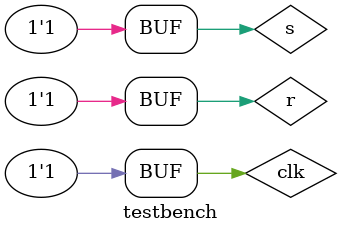
<source format=v>
module testbench();
  reg s, r;
  reg clk;
  wire q; 
  wire qb;

  sr_ff ag(q, qb, clk, s, r);

  initial begin
    clk = 1'b0; s = 1'b0; r = 1'b0;
    #50 clk = 1'b1; 
    #50 clk = 1'b0; r = 1'b1;
    #50 clk = 1'b1;
    #50 clk = 1'b0; s = 1'b1; r = 1'b0;
    #50 clk = 1'b1;  
    #50 clk = 1'b0; r = 1'b1;
    #50 clk = 1'b1;
  end
endmodule

</source>
